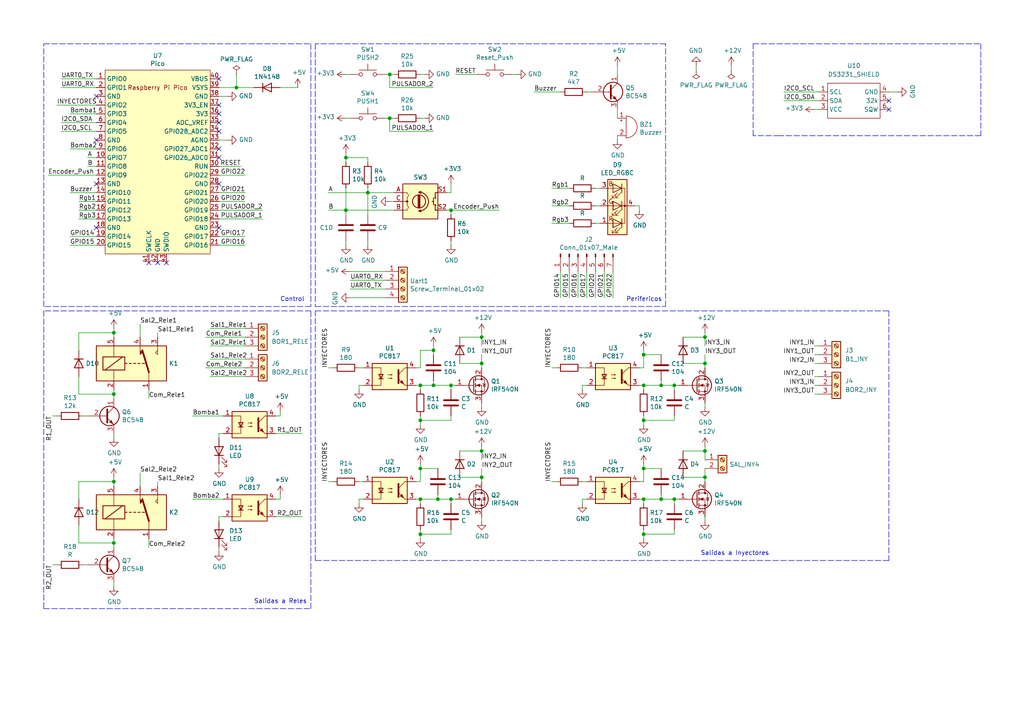
<source format=kicad_sch>
(kicad_sch (version 20211123) (generator eeschema)
  (paper "A4")
  (junction (at 139.7 130.81))
  (junction (at 186.69 135.89))
  (junction (at 33.02 114.3))
  (junction (at 130.81 60.96))
  (junction (at 186.69 154.94))
  (junction (at 139.7 105.41))
  (junction (at 127 144.78))
  (junction (at 125.73 111.76))
  (junction (at 106.68 55.88))
  (junction (at 33.02 157.48))
  (junction (at 204.47 130.81))
  (junction (at 113.03 34.29))
  (junction (at 121.92 144.78))
  (junction (at 130.81 144.78))
  (junction (at 121.92 135.89))
  (junction (at 204.47 138.43))
  (junction (at 68.58 25.4))
  (junction (at 195.58 144.78))
  (junction (at 186.69 121.92))
  (junction (at 139.7 97.79))
  (junction (at 191.77 144.78))
  (junction (at 33.02 96.52))
  (junction (at 100.33 60.96))
  (junction (at 191.77 111.76))
  (junction (at 204.47 97.79))
  (junction (at 195.58 111.76))
  (junction (at 33.02 139.7))
  (junction (at 121.92 154.94))
  (junction (at 186.69 102.87))
  (junction (at 186.69 144.78))
  (junction (at 204.47 105.41))
  (junction (at 186.69 111.76))
  (junction (at 113.03 21.59))
  (junction (at 130.81 111.76))
  (junction (at 125.73 101.6))
  (junction (at 139.7 138.43))
  (junction (at 100.33 45.72))
  (junction (at 121.92 121.92))
  (junction (at 121.92 111.76))
  (no_connect (at 27.94 40.64))
  (no_connect (at 27.94 53.34))
  (no_connect (at 63.5 30.48))
  (no_connect (at 63.5 66.04))
  (no_connect (at 43.18 76.2))
  (no_connect (at 63.5 43.18))
  (no_connect (at 63.5 22.86))
  (no_connect (at 257.81 31.75))
  (no_connect (at 257.81 29.21))
  (no_connect (at 63.5 45.72))
  (no_connect (at 27.94 66.04))
  (no_connect (at 45.72 76.2))
  (no_connect (at 63.5 33.02))
  (no_connect (at 63.5 53.34))
  (no_connect (at 27.94 27.94))
  (no_connect (at 63.5 38.1))
  (no_connect (at 63.5 35.56))
  (no_connect (at 48.26 76.2))
  (wire (pts (xy 132.08 21.59) (xy 138.43 21.59)))
  (polyline (pts (xy 193.04 88.9) (xy 193.04 12.7)))
  (wire (pts (xy 127 144.78) (xy 121.92 144.78)))
  (wire (pts (xy 71.12 55.88) (xy 63.5 55.88)))
  (wire (pts (xy 123.19 21.59) (xy 121.92 21.59)))
  (wire (pts (xy 139.7 118.11) (xy 139.7 116.84)))
  (wire (pts (xy 121.92 113.03) (xy 121.92 111.76)))
  (wire (pts (xy 196.85 111.76) (xy 195.58 111.76)))
  (wire (pts (xy 22.86 109.22) (xy 22.86 114.3)))
  (wire (pts (xy 25.4 48.26) (xy 27.94 48.26)))
  (wire (pts (xy 121.92 135.89) (xy 121.92 139.7)))
  (wire (pts (xy 100.33 44.45) (xy 100.33 45.72)))
  (wire (pts (xy 139.7 151.13) (xy 139.7 149.86)))
  (polyline (pts (xy 218.44 12.7) (xy 284.48 12.7)))
  (wire (pts (xy 139.7 97.79) (xy 139.7 100.33)))
  (wire (pts (xy 170.18 26.67) (xy 171.45 26.67)))
  (wire (pts (xy 40.64 93.98) (xy 40.64 97.79)))
  (wire (pts (xy 204.47 102.87) (xy 204.47 105.41)))
  (wire (pts (xy 198.12 97.79) (xy 204.47 97.79)))
  (wire (pts (xy 22.86 58.42) (xy 27.94 58.42)))
  (wire (pts (xy 33.02 170.18) (xy 33.02 168.91)))
  (wire (pts (xy 186.69 106.68) (xy 185.42 106.68)))
  (wire (pts (xy 130.81 62.23) (xy 130.81 60.96)))
  (polyline (pts (xy 90.17 90.17) (xy 12.7 90.17)))
  (wire (pts (xy 114.3 34.29) (xy 113.03 34.29)))
  (wire (pts (xy 33.02 139.7) (xy 33.02 140.97)))
  (wire (pts (xy 121.92 154.94) (xy 121.92 153.67)))
  (wire (pts (xy 104.14 139.7) (xy 105.41 139.7)))
  (wire (pts (xy 81.28 144.78) (xy 80.01 144.78)))
  (wire (pts (xy 95.25 106.68) (xy 96.52 106.68)))
  (wire (pts (xy 22.86 114.3) (xy 33.02 114.3)))
  (polyline (pts (xy 91.44 90.17) (xy 257.81 90.17)))
  (wire (pts (xy 60.96 100.33) (xy 71.12 100.33)))
  (wire (pts (xy 191.77 111.76) (xy 186.69 111.76)))
  (wire (pts (xy 101.6 83.82) (xy 111.76 83.82)))
  (wire (pts (xy 127 135.89) (xy 121.92 135.89)))
  (wire (pts (xy 71.12 50.8) (xy 63.5 50.8)))
  (wire (pts (xy 170.18 86.36) (xy 170.18 78.74)))
  (wire (pts (xy 17.78 35.56) (xy 27.94 35.56)))
  (wire (pts (xy 168.91 146.05) (xy 168.91 144.78)))
  (polyline (pts (xy 91.44 88.9) (xy 193.04 88.9)))
  (wire (pts (xy 113.03 34.29) (xy 111.76 34.29)))
  (wire (pts (xy 130.81 53.34) (xy 130.81 55.88)))
  (wire (pts (xy 204.47 105.41) (xy 204.47 106.68)))
  (wire (pts (xy 106.68 55.88) (xy 114.3 55.88)))
  (wire (pts (xy 125.73 100.33) (xy 125.73 101.6)))
  (wire (pts (xy 172.72 54.61) (xy 173.99 54.61)))
  (wire (pts (xy 55.88 144.78) (xy 64.77 144.78)))
  (wire (pts (xy 113.03 58.42) (xy 114.3 58.42)))
  (wire (pts (xy 100.33 34.29) (xy 101.6 34.29)))
  (wire (pts (xy 160.02 59.69) (xy 165.1 59.69)))
  (wire (pts (xy 106.68 45.72) (xy 106.68 46.99)))
  (wire (pts (xy 236.22 105.41) (xy 237.49 105.41)))
  (wire (pts (xy 106.68 55.88) (xy 106.68 62.23)))
  (wire (pts (xy 186.69 120.65) (xy 186.69 121.92)))
  (wire (pts (xy 95.25 139.7) (xy 96.52 139.7)))
  (wire (pts (xy 186.69 102.87) (xy 186.69 106.68)))
  (wire (pts (xy 121.92 101.6) (xy 121.92 106.68)))
  (wire (pts (xy 17.78 25.4) (xy 27.94 25.4)))
  (wire (pts (xy 186.69 144.78) (xy 185.42 144.78)))
  (wire (pts (xy 162.56 86.36) (xy 162.56 78.74)))
  (wire (pts (xy 22.86 96.52) (xy 33.02 96.52)))
  (wire (pts (xy 113.03 38.1) (xy 113.03 34.29)))
  (wire (pts (xy 121.92 144.78) (xy 120.65 144.78)))
  (wire (pts (xy 121.92 134.62) (xy 121.92 135.89)))
  (wire (pts (xy 104.14 113.03) (xy 104.14 111.76)))
  (wire (pts (xy 114.3 21.59) (xy 113.03 21.59)))
  (wire (pts (xy 101.6 81.28) (xy 111.76 81.28)))
  (wire (pts (xy 121.92 106.68) (xy 120.65 106.68)))
  (wire (pts (xy 100.33 62.23) (xy 100.33 60.96)))
  (wire (pts (xy 87.63 149.86) (xy 80.01 149.86)))
  (wire (pts (xy 191.77 110.49) (xy 191.77 111.76)))
  (wire (pts (xy 236.22 31.75) (xy 237.49 31.75)))
  (wire (pts (xy 66.04 27.94) (xy 63.5 27.94)))
  (wire (pts (xy 236.22 111.76) (xy 237.49 111.76)))
  (wire (pts (xy 133.35 130.81) (xy 139.7 130.81)))
  (wire (pts (xy 198.12 138.43) (xy 204.47 138.43)))
  (wire (pts (xy 130.81 121.92) (xy 121.92 121.92)))
  (wire (pts (xy 139.7 130.81) (xy 139.7 133.35)))
  (wire (pts (xy 81.28 143.51) (xy 81.28 144.78)))
  (wire (pts (xy 71.12 68.58) (xy 63.5 68.58)))
  (wire (pts (xy 20.32 43.18) (xy 27.94 43.18)))
  (wire (pts (xy 204.47 97.79) (xy 204.47 96.52)))
  (wire (pts (xy 20.32 68.58) (xy 27.94 68.58)))
  (wire (pts (xy 22.86 63.5) (xy 27.94 63.5)))
  (wire (pts (xy 195.58 120.65) (xy 195.58 121.92)))
  (wire (pts (xy 198.12 130.81) (xy 204.47 130.81)))
  (wire (pts (xy 87.63 125.73) (xy 80.01 125.73)))
  (wire (pts (xy 168.91 113.03) (xy 168.91 111.76)))
  (wire (pts (xy 106.68 54.61) (xy 106.68 55.88)))
  (wire (pts (xy 33.02 157.48) (xy 33.02 156.21)))
  (wire (pts (xy 236.22 114.3) (xy 237.49 114.3)))
  (wire (pts (xy 68.58 25.4) (xy 63.5 25.4)))
  (polyline (pts (xy 90.17 176.53) (xy 90.17 90.17)))
  (wire (pts (xy 101.6 78.74) (xy 111.76 78.74)))
  (wire (pts (xy 204.47 138.43) (xy 204.47 139.7)))
  (polyline (pts (xy 12.7 90.17) (xy 12.7 176.53)))
  (wire (pts (xy 185.42 59.69) (xy 184.15 59.69)))
  (wire (pts (xy 33.02 138.43) (xy 33.02 139.7)))
  (wire (pts (xy 22.86 101.6) (xy 22.86 96.52)))
  (wire (pts (xy 20.32 33.02) (xy 27.94 33.02)))
  (wire (pts (xy 130.81 120.65) (xy 130.81 121.92)))
  (wire (pts (xy 104.14 111.76) (xy 105.41 111.76)))
  (wire (pts (xy 160.02 64.77) (xy 165.1 64.77)))
  (wire (pts (xy 204.47 97.79) (xy 204.47 100.33)))
  (wire (pts (xy 127 143.51) (xy 127 144.78)))
  (wire (pts (xy 59.69 106.68) (xy 71.12 106.68)))
  (wire (pts (xy 20.32 55.88) (xy 27.94 55.88)))
  (wire (pts (xy 69.85 48.26) (xy 63.5 48.26)))
  (wire (pts (xy 204.47 151.13) (xy 204.47 149.86)))
  (wire (pts (xy 132.08 111.76) (xy 130.81 111.76)))
  (wire (pts (xy 196.85 144.78) (xy 195.58 144.78)))
  (wire (pts (xy 81.28 120.65) (xy 80.01 120.65)))
  (wire (pts (xy 133.35 97.79) (xy 139.7 97.79)))
  (wire (pts (xy 133.35 138.43) (xy 139.7 138.43)))
  (wire (pts (xy 22.86 60.96) (xy 27.94 60.96)))
  (wire (pts (xy 177.8 86.36) (xy 177.8 78.74)))
  (wire (pts (xy 63.5 127) (xy 63.5 125.73)))
  (wire (pts (xy 17.78 38.1) (xy 27.94 38.1)))
  (wire (pts (xy 100.33 46.99) (xy 100.33 45.72)))
  (wire (pts (xy 113.03 38.1) (xy 125.73 38.1)))
  (wire (pts (xy 24.13 163.83) (xy 25.4 163.83)))
  (wire (pts (xy 227.33 29.21) (xy 237.49 29.21)))
  (wire (pts (xy 33.02 127) (xy 33.02 125.73)))
  (wire (pts (xy 16.51 30.48) (xy 27.94 30.48)))
  (wire (pts (xy 133.35 105.41) (xy 139.7 105.41)))
  (wire (pts (xy 100.33 60.96) (xy 100.33 54.61)))
  (wire (pts (xy 76.2 63.5) (xy 63.5 63.5)))
  (wire (pts (xy 121.92 146.05) (xy 121.92 144.78)))
  (wire (pts (xy 100.33 21.59) (xy 101.6 21.59)))
  (wire (pts (xy 186.69 121.92) (xy 195.58 121.92)))
  (wire (pts (xy 55.88 120.65) (xy 64.77 120.65)))
  (wire (pts (xy 100.33 45.72) (xy 106.68 45.72)))
  (wire (pts (xy 33.02 96.52) (xy 33.02 97.79)))
  (wire (pts (xy 130.81 111.76) (xy 125.73 111.76)))
  (wire (pts (xy 236.22 109.22) (xy 237.49 109.22)))
  (wire (pts (xy 139.7 105.41) (xy 139.7 106.68)))
  (wire (pts (xy 186.69 146.05) (xy 186.69 144.78)))
  (wire (pts (xy 71.12 58.42) (xy 63.5 58.42)))
  (wire (pts (xy 125.73 110.49) (xy 125.73 111.76)))
  (wire (pts (xy 179.07 40.64) (xy 179.07 39.37)))
  (wire (pts (xy 123.19 34.29) (xy 121.92 34.29)))
  (polyline (pts (xy 12.7 88.9) (xy 12.7 12.7)))
  (wire (pts (xy 154.94 26.67) (xy 162.56 26.67)))
  (wire (pts (xy 63.5 135.89) (xy 63.5 134.62)))
  (wire (pts (xy 95.25 60.96) (xy 100.33 60.96)))
  (wire (pts (xy 191.77 144.78) (xy 186.69 144.78)))
  (wire (pts (xy 104.14 144.78) (xy 105.41 144.78)))
  (wire (pts (xy 60.96 95.25) (xy 71.12 95.25)))
  (polyline (pts (xy 193.04 12.7) (xy 91.44 12.7)))
  (polyline (pts (xy 90.17 12.7) (xy 90.17 88.9)))
  (wire (pts (xy 204.47 118.11) (xy 204.47 116.84)))
  (wire (pts (xy 60.96 104.14) (xy 71.12 104.14)))
  (wire (pts (xy 160.02 54.61) (xy 165.1 54.61)))
  (wire (pts (xy 20.32 71.12) (xy 27.94 71.12)))
  (wire (pts (xy 121.92 121.92) (xy 121.92 120.65)))
  (wire (pts (xy 66.04 40.64) (xy 63.5 40.64)))
  (wire (pts (xy 113.03 21.59) (xy 111.76 21.59)))
  (wire (pts (xy 63.5 149.86) (xy 64.77 149.86)))
  (wire (pts (xy 22.86 144.78) (xy 22.86 139.7)))
  (wire (pts (xy 191.77 143.51) (xy 191.77 144.78)))
  (wire (pts (xy 113.03 25.4) (xy 125.73 25.4)))
  (wire (pts (xy 40.64 137.16) (xy 40.64 140.97)))
  (wire (pts (xy 125.73 111.76) (xy 121.92 111.76)))
  (wire (pts (xy 125.73 101.6) (xy 125.73 102.87)))
  (wire (pts (xy 186.69 135.89) (xy 186.69 139.7)))
  (wire (pts (xy 172.72 59.69) (xy 173.99 59.69)))
  (wire (pts (xy 201.93 19.05) (xy 201.93 20.32)))
  (wire (pts (xy 236.22 102.87) (xy 237.49 102.87)))
  (wire (pts (xy 186.69 139.7) (xy 185.42 139.7)))
  (wire (pts (xy 160.02 106.68) (xy 161.29 106.68)))
  (wire (pts (xy 236.22 100.33) (xy 237.49 100.33)))
  (wire (pts (xy 81.28 119.38) (xy 81.28 120.65)))
  (wire (pts (xy 130.81 154.94) (xy 121.92 154.94)))
  (wire (pts (xy 139.7 138.43) (xy 139.7 139.7)))
  (wire (pts (xy 22.86 157.48) (xy 33.02 157.48)))
  (wire (pts (xy 204.47 135.89) (xy 204.47 138.43)))
  (wire (pts (xy 130.81 153.67) (xy 130.81 154.94)))
  (wire (pts (xy 195.58 144.78) (xy 191.77 144.78)))
  (polyline (pts (xy 218.44 39.37) (xy 218.44 12.7)))
  (wire (pts (xy 17.78 22.86) (xy 27.94 22.86)))
  (wire (pts (xy 113.03 25.4) (xy 113.03 21.59)))
  (polyline (pts (xy 284.48 39.37) (xy 226.06 39.37)))
  (wire (pts (xy 24.13 120.65) (xy 25.4 120.65)))
  (wire (pts (xy 71.12 71.12) (xy 63.5 71.12)))
  (polyline (pts (xy 284.48 12.7) (xy 284.48 39.37)))
  (wire (pts (xy 76.2 60.96) (xy 63.5 60.96)))
  (wire (pts (xy 165.1 86.36) (xy 165.1 78.74)))
  (wire (pts (xy 175.26 86.36) (xy 175.26 78.74)))
  (wire (pts (xy 121.92 156.21) (xy 121.92 154.94)))
  (polyline (pts (xy 90.17 88.9) (xy 12.7 88.9)))
  (wire (pts (xy 101.6 86.36) (xy 111.76 86.36)))
  (wire (pts (xy 121.92 111.76) (xy 120.65 111.76)))
  (wire (pts (xy 149.86 21.59) (xy 148.59 21.59)))
  (wire (pts (xy 168.91 139.7) (xy 170.18 139.7)))
  (polyline (pts (xy 91.44 12.7) (xy 91.44 88.9)))
  (wire (pts (xy 186.69 113.03) (xy 186.69 111.76)))
  (polyline (pts (xy 257.81 90.17) (xy 257.81 162.56)))
  (wire (pts (xy 33.02 115.57) (xy 33.02 114.3)))
  (wire (pts (xy 144.78 60.96) (xy 130.81 60.96)))
  (wire (pts (xy 106.68 71.12) (xy 106.68 69.85)))
  (wire (pts (xy 179.07 34.29) (xy 179.07 31.75)))
  (wire (pts (xy 95.25 55.88) (xy 106.68 55.88)))
  (wire (pts (xy 13.97 50.8) (xy 27.94 50.8)))
  (polyline (pts (xy 226.06 39.37) (xy 218.44 39.37)))
  (wire (pts (xy 121.92 123.19) (xy 121.92 121.92)))
  (wire (pts (xy 185.42 60.96) (xy 185.42 59.69)))
  (wire (pts (xy 25.4 45.72) (xy 27.94 45.72)))
  (wire (pts (xy 186.69 111.76) (xy 185.42 111.76)))
  (wire (pts (xy 100.33 71.12) (xy 100.33 69.85)))
  (wire (pts (xy 139.7 130.81) (xy 139.7 129.54)))
  (wire (pts (xy 139.7 97.79) (xy 139.7 96.52)))
  (wire (pts (xy 257.81 26.67) (xy 260.35 26.67)))
  (wire (pts (xy 198.12 105.41) (xy 204.47 105.41)))
  (wire (pts (xy 22.86 139.7) (xy 33.02 139.7)))
  (wire (pts (xy 227.33 26.67) (xy 237.49 26.67)))
  (wire (pts (xy 195.58 154.94) (xy 186.69 154.94)))
  (wire (pts (xy 212.09 20.32) (xy 212.09 19.05)))
  (wire (pts (xy 195.58 153.67) (xy 195.58 154.94)))
  (wire (pts (xy 130.81 55.88) (xy 129.54 55.88)))
  (wire (pts (xy 172.72 64.77) (xy 173.99 64.77)))
  (wire (pts (xy 168.91 144.78) (xy 170.18 144.78)))
  (wire (pts (xy 167.64 86.36) (xy 167.64 78.74)))
  (wire (pts (xy 45.72 96.52) (xy 45.72 97.79)))
  (polyline (pts (xy 12.7 12.7) (xy 90.17 12.7)))
  (wire (pts (xy 172.72 86.36) (xy 172.72 78.74)))
  (wire (pts (xy 179.07 19.05) (xy 179.07 21.59)))
  (wire (pts (xy 15.24 120.65) (xy 16.51 120.65)))
  (wire (pts (xy 204.47 130.81) (xy 204.47 129.54)))
  (wire (pts (xy 204.47 130.81) (xy 204.47 133.35)))
  (wire (pts (xy 160.02 139.7) (xy 161.29 139.7)))
  (wire (pts (xy 63.5 160.02) (xy 63.5 158.75)))
  (wire (pts (xy 22.86 152.4) (xy 22.86 157.48)))
  (wire (pts (xy 195.58 111.76) (xy 191.77 111.76)))
  (wire (pts (xy 43.18 115.57) (xy 43.18 113.03)))
  (wire (pts (xy 15.24 163.83) (xy 16.51 163.83)))
  (wire (pts (xy 186.69 154.94) (xy 186.69 153.67)))
  (wire (pts (xy 68.58 21.59) (xy 68.58 25.4)))
  (wire (pts (xy 63.5 151.13) (xy 63.5 149.86)))
  (wire (pts (xy 195.58 146.05) (xy 195.58 144.78)))
  (polyline (pts (xy 12.7 176.53) (xy 90.17 176.53)))
  (wire (pts (xy 45.72 139.7) (xy 45.72 140.97)))
  (polyline (pts (xy 257.81 162.56) (xy 91.44 162.56)))
  (wire (pts (xy 186.69 156.21) (xy 186.69 154.94)))
  (wire (pts (xy 130.81 144.78) (xy 127 144.78)))
  (wire (pts (xy 33.02 158.75) (xy 33.02 157.48)))
  (wire (pts (xy 125.73 101.6) (xy 121.92 101.6)))
  (wire (pts (xy 130.81 60.96) (xy 129.54 60.96)))
  (wire (pts (xy 130.81 71.12) (xy 130.81 69.85)))
  (wire (pts (xy 195.58 113.03) (xy 195.58 111.76)))
  (wire (pts (xy 186.69 101.6) (xy 186.69 102.87)))
  (wire (pts (xy 43.18 158.75) (xy 43.18 156.21)))
  (wire (pts (xy 59.69 97.79) (xy 71.12 97.79)))
  (wire (pts (xy 63.5 125.73) (xy 64.77 125.73)))
  (wire (pts (xy 104.14 146.05) (xy 104.14 144.78)))
  (wire (pts (xy 33.02 95.25) (xy 33.02 96.52)))
  (wire (pts (xy 33.02 114.3) (xy 33.02 113.03)))
  (wire (pts (xy 139.7 102.87) (xy 139.7 105.41)))
  (wire (pts (xy 186.69 134.62) (xy 186.69 135.89)))
  (wire (pts (xy 191.77 135.89) (xy 186.69 135.89)))
  (polyline (pts (xy 91.44 162.56) (xy 91.44 90.17)))
  (wire (pts (xy 132.08 144.78) (xy 130.81 144.78)))
  (wire (pts (xy 86.36 25.4) (xy 81.28 25.4)))
  (wire (pts (xy 168.91 106.68) (xy 170.18 106.68)))
  (wire (pts (xy 100.33 60.96) (xy 114.3 60.96)))
  (wire (pts (xy 191.77 102.87) (xy 186.69 102.87)))
  (wire (pts (xy 130.81 113.03) (xy 130.81 111.76)))
  (wire (pts (xy 168.91 111.76) (xy 170.18 111.76)))
  (wire (pts (xy 60.96 109.22) (xy 71.12 109.22)))
  (wire (pts (xy 104.14 106.68) (xy 105.41 106.68)))
  (wire (pts (xy 121.92 139.7) (xy 120.65 139.7)))
  (wire (pts (xy 73.66 25.4) (xy 68.58 25.4)))
  (wire (pts (xy 186.69 121.92) (xy 186.69 123.19)))
  (wire (pts (xy 130.81 146.05) (xy 130.81 144.78)))
  (wire (pts (xy 139.7 135.89) (xy 139.7 138.43)))
  (text "Salidas a Inyectores" (at 203.2 161.29 0) (effects (font (size 1.27 1.27)) (justify left bottom)))
  (text "Control" (at 81.28 87.63 0) (effects (font (size 1.27 1.27)) (justify left bottom)))
  (text "Salidas a Reles" (at 73.66 175.26 0) (effects (font (size 1.27 1.27)) (justify left bottom)))
  (text "Perifericos" (at 181.61 87.63 0) (effects (font (size 1.27 1.27)) (justify left bottom)))
  (label "INY1_IN" (at 236.22 100.33 180))
  (label "PULSADOR_2" (at 76.2 60.96 180))
  (label "R2_OUT" (at 15.24 163.83 270))
  (label "I2C0_SDA" (at 17.78 35.56 0))
  (label "Bomba2" (at 55.88 144.78 0))
  (label "R1_OUT" (at 87.63 125.73 180))
  (label "GPIO21" (at 71.12 55.88 180))
  (label "INY2_IN" (at 236.22 105.41 180))
  (label "R2_OUT" (at 87.63 149.86 180))
  (label "Encoder_Push" (at 144.78 60.96 180))
  (label "Encoder_Push" (at 13.97 50.8 0))
  (label "Sal1_Rele2" (at 45.72 139.7 0))
  (label "INYECTORES" (at 160.02 106.68 90))
  (label "Bomba1" (at 20.32 33.02 0))
  (label "Sal2_Rele2" (at 40.64 137.16 0))
  (label "GPIO17" (at 71.12 68.58 180))
  (label "GPIO14" (at 20.32 68.58 0))
  (label "Sal1_Rele1" (at 60.96 95.25 0))
  (label "INY2_OUT" (at 236.22 109.22 180))
  (label "RESET" (at 132.08 21.59 0))
  (label "Bomba2" (at 20.32 43.18 0))
  (label "UART0_TX" (at 101.6 83.82 0))
  (label "Sal2_Rele1" (at 60.96 100.33 0))
  (label "INY1_OUT" (at 139.7 102.87 0))
  (label "RESET" (at 69.85 48.26 180))
  (label "Sal2_Rele2" (at 60.96 109.22 0))
  (label "INYECTORES" (at 160.02 139.7 90))
  (label "B" (at 95.25 60.96 0))
  (label "Rgb2" (at 22.86 60.96 0))
  (label "Bomba1" (at 55.88 120.65 0))
  (label "INY3_IN" (at 236.22 111.76 180))
  (label "Buzzer" (at 154.94 26.67 0))
  (label "Rgb1" (at 22.86 58.42 0))
  (label "I2C0_SCL" (at 227.33 26.67 0))
  (label "R1_OUT" (at 15.24 120.65 270))
  (label "Rgb3" (at 160.02 64.77 0))
  (label "PULSADOR_1" (at 76.2 63.5 180))
  (label "Com_Rele2" (at 43.18 158.75 0))
  (label "GPIO20" (at 71.12 58.42 180))
  (label "I2C0_SDA" (at 227.33 29.21 0))
  (label "INY3_OUT" (at 236.22 114.3 180))
  (label "Com_Rele2" (at 59.69 106.68 0))
  (label "INY1_IN" (at 139.7 100.33 0))
  (label "INY3_OUT" (at 204.47 102.87 0))
  (label "PULSADOR_2" (at 125.73 25.4 180))
  (label "Sal1_Rele2" (at 60.96 104.14 0))
  (label "GPIO15" (at 20.32 71.12 0))
  (label "GPIO22" (at 177.8 86.36 90))
  (label "INY1_OUT" (at 236.22 102.87 180))
  (label "INYECTORES" (at 95.25 139.7 90))
  (label "Rgb3" (at 22.86 63.5 0))
  (label "Rgb2" (at 160.02 59.69 0))
  (label "GPIO16" (at 167.64 86.36 90))
  (label "GPIO22" (at 71.12 50.8 180))
  (label "Buzzer" (at 20.32 55.88 0))
  (label "UART0_RX" (at 17.78 25.4 0))
  (label "UART0_TX" (at 17.78 22.86 0))
  (label "PULSADOR_1" (at 125.73 38.1 180))
  (label "A" (at 95.25 55.88 0))
  (label "Sal2_Rele1" (at 40.64 93.98 0))
  (label "GPIO21" (at 175.26 86.36 90))
  (label "GPIO15" (at 165.1 86.36 90))
  (label "Com_Rele1" (at 59.69 97.79 0))
  (label "INY2_OUT" (at 139.7 135.89 0))
  (label "GPIO14" (at 162.56 86.36 90))
  (label "I2C0_SCL" (at 17.78 38.1 0))
  (label "GPIO20" (at 172.72 86.36 90))
  (label "B" (at 25.4 48.26 0))
  (label "INY3_IN" (at 204.47 100.33 0))
  (label "GPIO17" (at 170.18 86.36 90))
  (label "INYECTORES" (at 95.25 106.68 90))
  (label "A" (at 25.4 45.72 0))
  (label "UART0_RX" (at 101.6 81.28 0))
  (label "INYECTORES" (at 16.51 30.48 0))
  (label "Rgb1" (at 160.02 54.61 0))
  (label "Com_Rele1" (at 43.18 115.57 0))
  (label "Sal1_Rele1" (at 45.72 96.52 0))
  (label "GPIO16" (at 71.12 71.12 180))
  (label "INY2_IN" (at 139.7 133.35 0))
  (symbol (lib_id "P_Inyectores_Rpi_pico-rescue:Pico-MCU_RaspberryPi_and_Boards") (at 45.72 46.99 0) (unit 1)
    (property "Reference" "U7" (at 45.72 16.129 0))
    (property "Value" "Pico" (at 45.72 18.4404 0))
    (property "Footprint" "MCU_RaspberryPi_and_Boards:RPi_Pico_SMD_TH" (effects hide))
  )
  (symbol (lib_id "Diode:1N4148") (at 77.47 25.4 0) (unit 1)
    (property "Reference" "D8" (at 77.47 19.9136 0))
    (property "Value" "1N4148" (at 77.47 22.225 0))
    (property "Footprint" "Diode_THT:D_DO-35_SOD27_P7.62mm_Horizontal" (effects hide))
    (property "Datasheet" "https://assets.nexperia.com/documents/data-sheet/1N4148_1N4448.pdf" (effects hide))
  )
  (symbol (lib_id "power:+5V") (at 86.36 25.4 0) (unit 1)
    (property "Reference" "#PWR0108" (effects hide))
    (property "Value" "+5V" (at 86.741 21.0058 0))
  )
  (symbol (lib_id "power:GND") (at 66.04 27.94 90) (unit 1)
    (property "Reference" "#PWR0109" (effects hide))
    (property "Value" "GND" (at 69.2912 27.813 90) (effects (justify right)))
  )
  (symbol (lib_id "Switch:SW_Push") (at 143.51 21.59 0) (unit 1)
    (property "Reference" "SW2" (at 143.51 14.351 0))
    (property "Value" "Reset_Push" (at 143.51 16.6624 0))
    (property "Footprint" "Button_Switch_THT:SW_PUSH_6mm" (effects hide))
  )
  (symbol (lib_id "power:GND") (at 149.86 21.59 90) (unit 1)
    (property "Reference" "#PWR0110" (effects hide))
    (property "Value" "GND" (at 153.1112 21.463 90) (effects (justify right)))
  )
  (symbol (lib_id "power:GND") (at 66.04 40.64 90) (unit 1)
    (property "Reference" "#PWR0111" (effects hide))
    (property "Value" "GND" (at 69.2912 40.513 90) (effects (justify right)))
  )
  (symbol (lib_id "P_Inyectores_Rpi_pico-rescue:Rotary_Encoder_Switch-Device") (at 121.92 58.42 0) (unit 1)
    (property "Reference" "SW3" (at 121.92 51.435 0))
    (property "Value" "Rotary_Encoder_Switch" (effects hide))
    (property "Footprint" "Rotary_Encoder:RotaryEncoder_Alps_EC12E-Switch_Vertical_H20mm" (effects hide))
  )
  (symbol (lib_id "Device:R") (at 106.68 50.8 0) (unit 1)
    (property "Reference" "R4" (at 108.458 49.6316 0) (effects (justify left)))
    (property "Value" "10k" (at 108.458 51.943 0) (effects (justify left)))
    (property "Footprint" "Resistor_THT:R_Axial_DIN0207_L6.3mm_D2.5mm_P10.16mm_Horizontal" (effects hide))
  )
  (symbol (lib_id "Device:R") (at 100.33 50.8 0) (unit 1)
    (property "Reference" "R3" (at 102.108 49.6316 0) (effects (justify left)))
    (property "Value" "10k" (at 102.108 51.943 0) (effects (justify left)))
    (property "Footprint" "Resistor_THT:R_Axial_DIN0207_L6.3mm_D2.5mm_P10.16mm_Horizontal" (effects hide))
  )
  (symbol (lib_id "P_Inyectores_Rpi_pico-rescue:+3.3V-power") (at 100.33 44.45 0) (unit 1)
    (property "Reference" "#PWR0112" (effects hide))
    (property "Value" "+3.3V" (at 100.711 40.0558 0))
  )
  (symbol (lib_id "power:GND") (at 113.03 58.42 270) (unit 1)
    (property "Reference" "#PWR0113" (effects hide))
    (property "Value" "GND" (at 108.6358 58.547 0))
  )
  (symbol (lib_id "P_Inyectores_Rpi_pico-rescue:+3.3V-power") (at 130.81 53.34 0) (unit 1)
    (property "Reference" "#PWR0114" (effects hide))
    (property "Value" "+3.3V" (at 131.191 48.9458 0))
  )
  (symbol (lib_id "Device:R") (at 130.81 66.04 0) (unit 1)
    (property "Reference" "R6" (at 132.588 64.8716 0) (effects (justify left)))
    (property "Value" "10k" (at 132.588 67.183 0) (effects (justify left)))
    (property "Footprint" "Resistor_THT:R_Axial_DIN0207_L6.3mm_D2.5mm_P10.16mm_Horizontal" (effects hide))
  )
  (symbol (lib_id "power:GND") (at 130.81 71.12 0) (unit 1)
    (property "Reference" "#PWR0115" (effects hide))
    (property "Value" "GND" (at 130.937 75.5142 0))
  )
  (symbol (lib_id "Device:Buzzer") (at 181.61 36.83 0) (unit 1)
    (property "Reference" "BZ1" (at 185.4708 36.0934 0) (effects (justify left)))
    (property "Value" "Buzzer" (at 185.4708 38.4048 0) (effects (justify left)))
    (property "Footprint" "Buzzer_Beeper:Buzzer_12x9.5RM7.6" (effects hide))
  )
  (symbol (lib_id "Transistor_BJT:BC548") (at 176.53 26.67 0) (unit 1)
    (property "Reference" "Q5" (at 181.3814 25.5016 0) (effects (justify left)))
    (property "Value" "BC548" (at 181.3814 27.813 0) (effects (justify left)))
    (property "Footprint" "Package_TO_SOT_THT:TO-92_Inline_Wide" (effects hide))
    (property "Datasheet" "http://www.fairchildsemi.com/ds/BC/BC547.pdf" (effects hide))
  )
  (symbol (lib_id "power:+5V") (at 179.07 19.05 0) (unit 1)
    (property "Reference" "#PWR0116" (effects hide))
    (property "Value" "+5V" (at 179.451 14.6558 0))
  )
  (symbol (lib_id "power:GND") (at 179.07 40.64 0) (unit 1)
    (property "Reference" "#PWR0117" (effects hide))
    (property "Value" "GND" (at 179.197 45.0342 0))
  )
  (symbol (lib_id "Device:R") (at 166.37 26.67 270) (unit 1)
    (property "Reference" "R2" (at 166.37 21.4122 90))
    (property "Value" "4k7" (at 166.37 23.7236 90))
    (property "Footprint" "Resistor_THT:R_Axial_DIN0207_L6.3mm_D2.5mm_P10.16mm_Horizontal" (effects hide))
  )
  (symbol (lib_id "Relay:SANYOU_SRD_Form_C") (at 38.1 105.41 0) (unit 1)
    (property "Reference" "K1" (at 49.022 105.41 0) (effects (justify left)))
    (property "Value" "SANYOU_SRD_Form_C" (effects hide))
    (property "Footprint" "Relay_THT:Relay_SPDT_SANYOU_SRD_Series_Form_C" (effects hide))
    (property "Datasheet" "http://www.sanyourelay.ca/public/products/pdf/SRD.pdf" (effects hide))
  )
  (symbol (lib_id "power:+5V") (at 33.02 95.25 0) (unit 1)
    (property "Reference" "#PWR0118" (effects hide))
    (property "Value" "+5V" (at 33.401 90.8558 0))
  )
  (symbol (lib_id "Transistor_BJT:BC548") (at 30.48 120.65 0) (unit 1)
    (property "Reference" "Q6" (at 35.3314 119.4816 0) (effects (justify left)))
    (property "Value" "BC548" (at 35.3314 121.793 0) (effects (justify left)))
    (property "Footprint" "Package_TO_SOT_THT:TO-92_Inline_Wide" (effects hide))
    (property "Datasheet" "http://www.fairchildsemi.com/ds/BC/BC547.pdf" (effects hide))
  )
  (symbol (lib_id "power:GND") (at 33.02 127 0) (unit 1)
    (property "Reference" "#PWR0119" (effects hide))
    (property "Value" "GND" (at 33.147 131.3942 0))
  )
  (symbol (lib_id "Device:R") (at 20.32 120.65 270) (unit 1)
    (property "Reference" "R13" (at 20.32 115.3922 90))
    (property "Value" "12k" (at 20.32 117.7036 90))
    (property "Footprint" "Resistor_THT:R_Axial_DIN0207_L6.3mm_D2.5mm_P10.16mm_Horizontal" (effects hide))
  )
  (symbol (lib_id "Relay:SANYOU_SRD_Form_C") (at 38.1 148.59 0) (unit 1)
    (property "Reference" "K2" (at 49.022 148.59 0) (effects (justify left)))
    (property "Value" "SANYOU_SRD_Form_C" (effects hide))
    (property "Footprint" "Relay_THT:Relay_SPDT_SANYOU_SRD_Series_Form_C" (effects hide))
    (property "Datasheet" "http://www.sanyourelay.ca/public/products/pdf/SRD.pdf" (effects hide))
  )
  (symbol (lib_id "power:+5V") (at 33.02 138.43 0) (unit 1)
    (property "Reference" "#PWR0120" (effects hide))
    (property "Value" "+5V" (at 33.401 134.0358 0))
  )
  (symbol (lib_id "Transistor_BJT:BC548") (at 30.48 163.83 0) (unit 1)
    (property "Reference" "Q7" (at 35.3314 162.6616 0) (effects (justify left)))
    (property "Value" "BC548" (at 35.3314 164.973 0) (effects (justify left)))
    (property "Footprint" "Package_TO_SOT_THT:TO-92_Inline_Wide" (effects hide))
    (property "Datasheet" "http://www.fairchildsemi.com/ds/BC/BC547.pdf" (effects hide))
  )
  (symbol (lib_id "power:GND") (at 33.02 170.18 0) (unit 1)
    (property "Reference" "#PWR0121" (effects hide))
    (property "Value" "GND" (at 33.147 174.5742 0))
  )
  (symbol (lib_id "Device:R") (at 20.32 163.83 270) (unit 1)
    (property "Reference" "R18" (at 20.32 158.5722 90))
    (property "Value" "R" (at 20.32 160.8836 90))
    (property "Footprint" "Resistor_THT:R_Axial_DIN0207_L6.3mm_D2.5mm_P10.16mm_Horizontal" (effects hide))
  )
  (symbol (lib_id "Isolator:PC817") (at 113.03 109.22 0) (unit 1)
    (property "Reference" "U1" (at 113.03 100.965 0))
    (property "Value" "PC817" (at 113.03 103.2764 0))
    (property "Footprint" "Package_DIP:DIP-4_W7.62mm_LongPads" (effects hide))
    (property "Datasheet" "http://www.soselectronic.cz/a_info/resource/d/pc817.pdf" (effects hide))
  )
  (symbol (lib_id "Device:R") (at 100.33 106.68 270) (unit 1)
    (property "Reference" "R9" (at 100.33 101.4222 90))
    (property "Value" "180" (at 100.33 103.7336 90))
    (property "Footprint" "Resistor_THT:R_Axial_DIN0207_L6.3mm_D2.5mm_P10.16mm_Horizontal" (effects hide))
  )
  (symbol (lib_id "power:GND") (at 104.14 113.03 0) (unit 1)
    (property "Reference" "#PWR0122" (effects hide))
    (property "Value" "GND" (at 104.267 117.4242 0))
  )
  (symbol (lib_id "Device:R") (at 121.92 116.84 180) (unit 1)
    (property "Reference" "R11" (at 123.698 115.6716 0) (effects (justify right)))
    (property "Value" "10k" (at 123.698 117.983 0) (effects (justify right)))
    (property "Footprint" "Resistor_THT:R_Axial_DIN0207_L6.3mm_D2.5mm_P10.16mm_Horizontal" (effects hide))
  )
  (symbol (lib_id "power:GND") (at 121.92 123.19 0) (unit 1)
    (property "Reference" "#PWR0123" (effects hide))
    (property "Value" "GND" (at 122.047 127.5842 0))
  )
  (symbol (lib_id "Device:C") (at 130.81 116.84 0) (unit 1)
    (property "Reference" "C3" (at 133.731 115.6716 0) (effects (justify left)))
    (property "Value" "C" (at 133.731 117.983 0) (effects (justify left)))
    (property "Footprint" "Capacitor_THT:C_Disc_D5.0mm_W2.5mm_P2.50mm" (effects hide))
  )
  (symbol (lib_id "Transistor_FET:IRF540N") (at 137.16 111.76 0) (unit 1)
    (property "Reference" "Q1" (at 142.3924 110.5916 0) (effects (justify left)))
    (property "Value" "IRF540N" (at 142.3924 112.903 0) (effects (justify left)))
    (property "Footprint" "Package_TO_SOT_THT:TO-220-3_Vertical" (effects hide))
    (property "Datasheet" "http://www.irf.com/product-info/datasheets/data/irf540n.pdf" (effects hide))
  )
  (symbol (lib_id "power:GND") (at 139.7 118.11 0) (unit 1)
    (property "Reference" "#PWR0124" (effects hide))
    (property "Value" "GND" (at 139.827 122.5042 0))
  )
  (symbol (lib_id "power:+12V") (at 139.7 96.52 0) (unit 1)
    (property "Reference" "#PWR0125" (effects hide))
    (property "Value" "+12V" (at 140.081 92.1258 0))
  )
  (symbol (lib_id "power:+5V") (at 125.73 100.33 0) (unit 1)
    (property "Reference" "#PWR0126" (effects hide))
    (property "Value" "+5V" (at 126.111 95.9358 0))
  )
  (symbol (lib_id "power:PWR_FLAG") (at 68.58 21.59 0) (unit 1)
    (property "Reference" "#FLG0103" (effects hide))
    (property "Value" "PWR_FLAG" (at 68.58 17.1958 0))
  )
  (symbol (lib_id "power:+12V") (at 212.09 19.05 0) (unit 1)
    (property "Reference" "#PWR0148" (effects hide))
    (property "Value" "+12V" (at 212.471 14.6558 0))
  )
  (symbol (lib_id "power:PWR_FLAG") (at 212.09 20.32 180) (unit 1)
    (property "Reference" "#FLG0104" (effects hide))
    (property "Value" "PWR_FLAG" (at 212.09 24.7142 0))
  )
  (symbol (lib_id "power:GND") (at 201.93 19.05 180) (unit 1)
    (property "Reference" "#PWR0147" (effects hide))
    (property "Value" "GND" (at 201.803 14.6558 0))
  )
  (symbol (lib_id "power:PWR_FLAG") (at 201.93 20.32 180) (unit 1)
    (property "Reference" "#FLG0102" (effects hide))
    (property "Value" "PWR_FLAG" (at 201.93 24.7142 0))
  )
  (symbol (lib_id "Device:R") (at 168.91 64.77 270) (unit 1)
    (property "Reference" "R8" (effects hide))
    (property "Value" "R" (at 168.91 61.849 90))
    (property "Footprint" "Resistor_THT:R_Axial_DIN0207_L6.3mm_D2.5mm_P10.16mm_Horizontal" (effects hide))
  )
  (symbol (lib_id "P_Inyectores_Rpi_pico-rescue:LED_RGBC-Device") (at 179.07 59.69 180) (unit 1)
    (property "Reference" "D9" (at 179.07 47.8282 0))
    (property "Value" "LED_RGBC" (at 179.07 50.1396 0))
    (property "Footprint" "LED_THT:LED_D5.0mm-4_RGB_Wide_Pins" (effects hide))
  )
  (symbol (lib_id "Device:R") (at 168.91 59.69 270) (unit 1)
    (property "Reference" "R7" (effects hide))
    (property "Value" "R" (at 168.91 56.769 90))
    (property "Footprint" "Resistor_THT:R_Axial_DIN0207_L6.3mm_D2.5mm_P10.16mm_Horizontal" (effects hide))
  )
  (symbol (lib_id "Device:R") (at 168.91 54.61 270) (unit 1)
    (property "Reference" "R5" (effects hide))
    (property "Value" "R" (at 168.91 51.689 90))
    (property "Footprint" "Resistor_THT:R_Axial_DIN0207_L6.3mm_D2.5mm_P10.16mm_Horizontal" (effects hide))
  )
  (symbol (lib_id "power:GND") (at 185.42 60.96 0) (unit 1)
    (property "Reference" "#PWR0127" (effects hide))
    (property "Value" "GND" (at 185.547 65.3542 0))
  )
  (symbol (lib_id "Diode:1N4007") (at 22.86 105.41 270) (unit 1)
    (property "Reference" "D10" (at 24.8666 105.41 90) (effects (justify left)))
    (property "Value" "1N4007" (effects hide))
    (property "Footprint" "Diode_THT:D_DO-41_SOD81_P10.16mm_Horizontal" (effects hide))
    (property "Datasheet" "http://www.vishay.com/docs/88503/1n4001.pdf" (effects hide))
  )
  (symbol (lib_id "Diode:1N4007") (at 22.86 148.59 270) (unit 1)
    (property "Reference" "D12" (at 24.8666 148.59 90) (effects (justify left)))
    (property "Value" "1N4007" (effects hide))
    (property "Footprint" "Diode_THT:D_DO-41_SOD81_P10.16mm_Horizontal" (effects hide))
    (property "Datasheet" "http://www.vishay.com/docs/88503/1n4001.pdf" (effects hide))
  )
  (symbol (lib_id "Diode:1N4007") (at 133.35 101.6 270) (unit 1)
    (property "Reference" "D1" (at 135.3566 101.6 90) (effects (justify left)))
    (property "Value" "1N4007" (effects hide))
    (property "Footprint" "Diode_THT:D_DO-41_SOD81_P10.16mm_Horizontal" (effects hide))
    (property "Datasheet" "http://www.vishay.com/docs/88503/1n4001.pdf" (effects hide))
  )
  (symbol (lib_id "Connector:Screw_Terminal_01x04") (at 116.84 81.28 0) (unit 1)
    (property "Reference" "Uart1" (at 118.872 81.4832 0) (effects (justify left)))
    (property "Value" "Screw_Terminal_01x02" (at 118.872 83.7946 0) (effects (justify left)))
    (property "Footprint" "Connector_Molex:Molex_KK-254_AE-6410-04A_1x04_P2.54mm_Vertical" (effects hide))
  )
  (symbol (lib_id "power:GND") (at 101.6 86.36 270) (unit 1)
    (property "Reference" "#PWR0150" (effects hide))
    (property "Value" "GND" (at 97.2058 86.487 0))
  )
  (symbol (lib_id "Isolator:PC817") (at 113.03 142.24 0) (unit 1)
    (property "Reference" "U2" (at 113.03 133.985 0))
    (property "Value" "PC817" (at 113.03 136.2964 0))
    (property "Footprint" "Package_DIP:DIP-4_W7.62mm_LongPads" (effects hide))
    (property "Datasheet" "http://www.soselectronic.cz/a_info/resource/d/pc817.pdf" (effects hide))
  )
  (symbol (lib_id "Device:R") (at 100.33 139.7 270) (unit 1)
    (property "Reference" "R14" (at 100.33 134.4422 90))
    (property "Value" "180" (at 100.33 136.7536 90))
    (property "Footprint" "Resistor_THT:R_Axial_DIN0207_L6.3mm_D2.5mm_P10.16mm_Horizontal" (effects hide))
  )
  (symbol (lib_id "power:GND") (at 104.14 146.05 0) (unit 1)
    (property "Reference" "#PWR0128" (effects hide))
    (property "Value" "GND" (at 104.267 150.4442 0))
  )
  (symbol (lib_id "Device:R") (at 121.92 149.86 180) (unit 1)
    (property "Reference" "R16" (at 123.698 148.6916 0) (effects (justify right)))
    (property "Value" "10k" (at 123.698 151.003 0) (effects (justify right)))
    (property "Footprint" "Resistor_THT:R_Axial_DIN0207_L6.3mm_D2.5mm_P10.16mm_Horizontal" (effects hide))
  )
  (symbol (lib_id "power:GND") (at 121.92 156.21 0) (unit 1)
    (property "Reference" "#PWR0129" (effects hide))
    (property "Value" "GND" (at 122.047 160.6042 0))
  )
  (symbol (lib_id "Device:C") (at 130.81 149.86 0) (unit 1)
    (property "Reference" "C5" (at 133.731 148.6916 0) (effects (justify left)))
    (property "Value" "C" (at 133.731 151.003 0) (effects (justify left)))
    (property "Footprint" "Capacitor_THT:C_Disc_D5.0mm_W2.5mm_P2.50mm" (effects hide))
  )
  (symbol (lib_id "Transistor_FET:IRF540N") (at 137.16 144.78 0) (unit 1)
    (property "Reference" "Q2" (at 142.3924 143.6116 0) (effects (justify left)))
    (property "Value" "IRF540N" (at 142.3924 145.923 0) (effects (justify left)))
    (property "Footprint" "Package_TO_SOT_THT:TO-220-3_Vertical" (effects hide))
    (property "Datasheet" "http://www.irf.com/product-info/datasheets/data/irf540n.pdf" (effects hide))
  )
  (symbol (lib_id "power:GND") (at 139.7 151.13 0) (unit 1)
    (property "Reference" "#PWR0130" (effects hide))
    (property "Value" "GND" (at 139.827 155.5242 0))
  )
  (symbol (lib_id "power:+12V") (at 139.7 129.54 0) (unit 1)
    (property "Reference" "#PWR0131" (effects hide))
    (property "Value" "+12V" (at 140.081 125.1458 0))
  )
  (symbol (lib_id "power:+5V") (at 121.92 134.62 0) (unit 1)
    (property "Reference" "#PWR0132" (effects hide))
    (property "Value" "+5V" (at 122.301 130.2258 0))
  )
  (symbol (lib_id "Diode:1N4007") (at 133.35 134.62 270) (unit 1)
    (property "Reference" "D2" (at 135.3566 134.62 90) (effects (justify left)))
    (property "Value" "1N4007" (effects hide))
    (property "Footprint" "Diode_THT:D_DO-41_SOD81_P10.16mm_Horizontal" (effects hide))
    (property "Datasheet" "http://www.vishay.com/docs/88503/1n4001.pdf" (effects hide))
  )
  (symbol (lib_id "Device:C") (at 125.73 106.68 0) (unit 1)
    (property "Reference" "C11" (at 128.651 105.5116 0) (effects (justify left)))
    (property "Value" "104" (at 128.651 107.823 0) (effects (justify left)))
    (property "Footprint" "Capacitor_THT:C_Disc_D5.0mm_W2.5mm_P2.50mm" (effects hide))
  )
  (symbol (lib_id "power:+5V") (at 101.6 78.74 90) (unit 1)
    (property "Reference" "#PWR0151" (effects hide))
    (property "Value" "+5V" (at 98.3488 78.359 90) (effects (justify left)))
  )
  (symbol (lib_id "Isolator:PC817") (at 177.8 109.22 0) (unit 1)
    (property "Reference" "U3" (at 177.8 100.965 0))
    (property "Value" "PC817" (at 177.8 103.2764 0))
    (property "Footprint" "Package_DIP:DIP-4_W7.62mm_LongPads" (effects hide))
    (property "Datasheet" "http://www.soselectronic.cz/a_info/resource/d/pc817.pdf" (effects hide))
  )
  (symbol (lib_id "Device:R") (at 165.1 106.68 270) (unit 1)
    (property "Reference" "R10" (at 165.1 101.4222 90))
    (property "Value" "180" (at 165.1 103.7336 90))
    (property "Footprint" "Resistor_THT:R_Axial_DIN0207_L6.3mm_D2.5mm_P10.16mm_Horizontal" (effects hide))
  )
  (symbol (lib_id "power:GND") (at 168.91 113.03 0) (unit 1)
    (property "Reference" "#PWR0133" (effects hide))
    (property "Value" "GND" (at 169.037 117.4242 0))
  )
  (symbol (lib_id "Device:R") (at 186.69 116.84 180) (unit 1)
    (property "Reference" "R12" (at 188.468 115.6716 0) (effects (justify right)))
    (property "Value" "10k" (at 188.468 117.983 0) (effects (justify right)))
    (property "Footprint" "Resistor_THT:R_Axial_DIN0207_L6.3mm_D2.5mm_P10.16mm_Horizontal" (effects hide))
  )
  (symbol (lib_id "power:GND") (at 186.69 123.19 0) (unit 1)
    (property "Reference" "#PWR0134" (effects hide))
    (property "Value" "GND" (at 186.817 127.5842 0))
  )
  (symbol (lib_id "Device:C") (at 195.58 116.84 0) (unit 1)
    (property "Reference" "C4" (at 198.501 115.6716 0) (effects (justify left)))
    (property "Value" "C" (at 198.501 117.983 0) (effects (justify left)))
    (property "Footprint" "Capacitor_THT:C_Disc_D5.0mm_W2.5mm_P2.50mm" (effects hide))
  )
  (symbol (lib_id "Transistor_FET:IRF540N") (at 201.93 111.76 0) (unit 1)
    (property "Reference" "Q3" (at 207.1624 110.5916 0) (effects (justify left)))
    (property "Value" "IRF540N" (at 207.1624 112.903 0) (effects (justify left)))
    (property "Footprint" "Package_TO_SOT_THT:TO-220-3_Vertical" (effects hide))
    (property "Datasheet" "http://www.irf.com/product-info/datasheets/data/irf540n.pdf" (effects hide))
  )
  (symbol (lib_id "power:GND") (at 204.47 118.11 0) (unit 1)
    (property "Reference" "#PWR0135" (effects hide))
    (property "Value" "GND" (at 204.597 122.5042 0))
  )
  (symbol (lib_id "power:+12V") (at 204.47 96.52 0) (unit 1)
    (property "Reference" "#PWR0136" (effects hide))
    (property "Value" "+12V" (at 204.851 92.1258 0))
  )
  (symbol (lib_id "power:+5V") (at 186.69 101.6 0) (unit 1)
    (property "Reference" "#PWR0137" (effects hide))
    (property "Value" "+5V" (at 187.071 97.2058 0))
  )
  (symbol (lib_id "Diode:1N4007") (at 198.12 101.6 270) (unit 1)
    (property "Reference" "D3" (at 200.1266 101.6 90) (effects (justify left)))
    (property "Value" "1N4007" (effects hide))
    (property "Footprint" "Diode_THT:D_DO-41_SOD81_P10.16mm_Horizontal" (effects hide))
    (property "Datasheet" "http://www.vishay.com/docs/88503/1n4001.pdf" (effects hide))
  )
  (symbol (lib_id "Isolator:PC817") (at 177.8 142.24 0) (unit 1)
    (property "Reference" "U4" (at 177.8 133.985 0))
    (property "Value" "PC817" (at 177.8 136.2964 0))
    (property "Footprint" "Package_DIP:DIP-4_W7.62mm_LongPads" (effects hide))
    (property "Datasheet" "http://www.soselectronic.cz/a_info/resource/d/pc817.pdf" (effects hide))
  )
  (symbol (lib_id "Device:R") (at 165.1 139.7 270) (unit 1)
    (property "Reference" "R15" (at 165.1 134.4422 90))
    (property "Value" "180" (at 165.1 136.7536 90))
    (property "Footprint" "Resistor_THT:R_Axial_DIN0207_L6.3mm_D2.5mm_P10.16mm_Horizontal" (effects hide))
  )
  (symbol (lib_id "power:GND") (at 168.91 146.05 0) (unit 1)
    (property "Reference" "#PWR0138" (effects hide))
    (property "Value" "GND" (at 169.037 150.4442 0))
  )
  (symbol (lib_id "Device:R") (at 186.69 149.86 180) (unit 1)
    (property "Reference" "R17" (at 188.468 148.6916 0) (effects (justify right)))
    (property "Value" "10k" (at 188.468 151.003 0) (effects (justify right)))
    (property "Footprint" "Resistor_THT:R_Axial_DIN0207_L6.3mm_D2.5mm_P10.16mm_Horizontal" (effects hide))
  )
  (symbol (lib_id "power:GND") (at 186.69 156.21 0) (unit 1)
    (property "Reference" "#PWR0139" (effects hide))
    (property "Value" "GND" (at 186.817 160.6042 0))
  )
  (symbol (lib_id "Device:C") (at 195.58 149.86 0) (unit 1)
    (property "Reference" "C6" (at 198.501 148.6916 0) (effects (justify left)))
    (property "Value" "C" (at 198.501 151.003 0) (effects (justify left)))
    (property "Footprint" "Capacitor_THT:C_Disc_D5.0mm_W2.5mm_P2.50mm" (effects hide))
  )
  (symbol (lib_id "Transistor_FET:IRF540N") (at 201.93 144.78 0) (unit 1)
    (property "Reference" "Q4" (at 207.1624 143.6116 0) (effects (justify left)))
    (property "Value" "IRF540N" (at 207.1624 145.923 0) (effects (justify left)))
    (property "Footprint" "Package_TO_SOT_THT:TO-220-3_Vertical" (effects hide))
    (property "Datasheet" "http://www.irf.com/product-info/datasheets/data/irf540n.pdf" (effects hide))
  )
  (symbol (lib_id "power:GND") (at 204.47 151.13 0) (unit 1)
    (property "Reference" "#PWR0140" (effects hide))
    (property "Value" "GND" (at 204.597 155.5242 0))
  )
  (symbol (lib_id "power:+12V") (at 204.47 129.54 0) (unit 1)
    (property "Reference" "#PWR0141" (effects hide))
    (property "Value" "+12V" (at 204.851 125.1458 0))
  )
  (symbol (lib_id "power:+5V") (at 186.69 134.62 0) (unit 1)
    (property "Reference" "#PWR0142" (effects hide))
    (property "Value" "+5V" (at 187.071 130.2258 0))
  )
  (symbol (lib_id "Diode:1N4007") (at 198.12 134.62 270) (unit 1)
    (property "Reference" "D4" (at 200.1266 134.62 90) (effects (justify left)))
    (property "Value" "1N4007" (effects hide))
    (property "Footprint" "Diode_THT:D_DO-41_SOD81_P10.16mm_Horizontal" (effects hide))
    (property "Datasheet" "http://www.vishay.com/docs/88503/1n4001.pdf" (effects hide))
  )
  (symbol (lib_id "Connector:Screw_Terminal_01x02") (at 209.55 133.35 0) (unit 1)
    (property "Reference" "SAL_INY4" (at 211.582 134.7216 0) (effects (justify left)))
    (property "Value" "BOR3_INY" (effects hide))
    (property "Footprint" "Borneras:TerminalBlock_Phoenix_PT-1,5-2-5.0-H_1x02_P5.00mm_Horizontal" (effects hide))
  )
  (symbol (lib_id "Isolator:PC817") (at 72.39 123.19 0) (unit 1)
    (property "Reference" "U8" (at 72.39 114.935 0))
    (property "Value" "PC817" (at 72.39 117.2464 0))
    (property "Footprint" "Package_DIP:DIP-4_W7.62mm_LongPads" (effects hide))
    (property "Datasheet" "http://www.soselectronic.cz/a_info/resource/d/pc817.pdf" (effects hide))
  )
  (symbol (lib_id "power:+5V") (at 81.28 119.38 0) (unit 1)
    (property "Reference" "#PWR0143" (effects hide))
    (property "Value" "+5V" (at 81.661 114.9858 0))
  )
  (symbol (lib_id "power:GND") (at 63.5 135.89 0) (unit 1)
    (property "Reference" "#PWR0144" (effects hide))
    (property "Value" "GND" (at 63.627 140.2842 0))
  )
  (symbol (lib_id "Device:C") (at 106.68 66.04 0) (unit 1)
    (property "Reference" "C9" (at 109.601 66.04 0) (effects (justify left)))
    (property "Value" "104" (effects hide))
    (property "Footprint" "Capacitor_THT:C_Disc_D5.0mm_W2.5mm_P2.50mm" (effects hide))
  )
  (symbol (lib_id "Device:LED") (at 63.5 130.81 90) (unit 1)
    (property "Reference" "D11" (at 66.4718 129.8194 90) (effects (justify right)))
    (property "Value" "LED" (at 66.4718 132.1308 90) (effects (justify right)))
    (property "Footprint" "LED_THT:LED_D5.0mm" (effects hide))
  )
  (symbol (lib_id "Isolator:PC817") (at 72.39 147.32 0) (unit 1)
    (property "Reference" "U9" (at 72.39 139.065 0))
    (property "Value" "PC817" (at 72.39 141.3764 0))
    (property "Footprint" "Package_DIP:DIP-4_W7.62mm_LongPads" (effects hide))
    (property "Datasheet" "http://www.soselectronic.cz/a_info/resource/d/pc817.pdf" (effects hide))
  )
  (symbol (lib_id "power:+5V") (at 81.28 143.51 0) (unit 1)
    (property "Reference" "#PWR0145" (effects hide))
    (property "Value" "+5V" (at 81.661 139.1158 0))
  )
  (symbol (lib_id "power:GND") (at 63.5 160.02 0) (unit 1)
    (property "Reference" "#PWR0146" (effects hide))
    (property "Value" "GND" (at 63.627 164.4142 0))
  )
  (symbol (lib_id "Device:LED") (at 63.5 154.94 90) (unit 1)
    (property "Reference" "D13" (at 66.4718 153.9494 90) (effects (justify right)))
    (property "Value" "LED" (at 66.4718 156.2608 90) (effects (justify right)))
    (property "Footprint" "LED_THT:LED_D5.0mm" (effects hide))
  )
  (symbol (lib_id "Device:C") (at 127 139.7 0) (unit 1)
    (property "Reference" "C13" (at 129.921 138.5316 0) (effects (justify left)))
    (property "Value" "104" (at 129.921 140.843 0) (effects (justify left)))
    (property "Footprint" "Capacitor_THT:C_Disc_D5.0mm_W2.5mm_P2.50mm" (effects hide))
  )
  (symbol (lib_id "power:GND") (at 106.68 71.12 0) (unit 1)
    (property "Reference" "#PWR0152" (effects hide))
    (property "Value" "GND" (at 106.807 75.5142 0))
  )
  (symbol (lib_id "Device:C") (at 100.33 66.04 0) (unit 1)
    (property "Reference" "C10" (at 92.71 66.04 0) (effects (justify left)))
    (property "Value" "104" (effects hide))
    (property "Footprint" "Capacitor_THT:C_Disc_D5.0mm_W2.5mm_P2.50mm" (effects hide))
  )
  (symbol (lib_id "Device:C") (at 191.77 139.7 0) (unit 1)
    (property "Reference" "C14" (at 194.691 138.5316 0) (effects (justify left)))
    (property "Value" "104" (at 194.691 140.843 0) (effects (justify left)))
    (property "Footprint" "Capacitor_THT:C_Disc_D5.0mm_W2.5mm_P2.50mm" (effects hide))
  )
  (symbol (lib_id "power:GND") (at 100.33 71.12 0) (unit 1)
    (property "Reference" "#PWR0153" (effects hide))
    (property "Value" "GND" (at 100.457 75.5142 0))
  )
  (symbol (lib_id "Device:C") (at 191.77 106.68 0) (unit 1)
    (property "Reference" "C12" (at 194.691 105.5116 0) (effects (justify left)))
    (property "Value" "104" (at 194.691 107.823 0) (effects (justify left)))
    (property "Footprint" "Capacitor_THT:C_Disc_D5.0mm_W2.5mm_P2.50mm" (effects hide))
  )
  (symbol (lib_id "Switch:SW_Push") (at 106.68 21.59 0) (unit 1)
    (property "Reference" "SW1" (at 106.68 14.351 0))
    (property "Value" "PUSH2" (at 106.68 16.6624 0))
    (property "Footprint" "Button_Switch_THT:SW_PUSH_6mm" (effects hide))
  )
  (symbol (lib_id "P_Inyectores_Rpi_pico-rescue:+3.3V-power") (at 100.33 21.59 90) (unit 1)
    (property "Reference" "#PWR0154" (effects hide))
    (property "Value" "+3.3V" (at 97.0788 21.209 90) (effects (justify left)))
  )
  (symbol (lib_id "Device:R") (at 118.11 21.59 270) (unit 1)
    (property "Reference" "R25" (at 118.11 16.3322 90))
    (property "Value" "10k" (at 118.11 18.6436 90))
    (property "Footprint" "Resistor_THT:R_Axial_DIN0207_L6.3mm_D2.5mm_P10.16mm_Horizontal" (effects hide))
  )
  (symbol (lib_id "power:GND") (at 123.19 21.59 90) (unit 1)
    (property "Reference" "#PWR0155" (effects hide))
    (property "Value" "GND" (at 126.4412 21.463 90) (effects (justify right)))
  )
  (symbol (lib_id "Switch:SW_Push") (at 106.68 34.29 0) (unit 1)
    (property "Reference" "SW4" (at 106.68 27.051 0))
    (property "Value" "PUSH1" (at 106.68 29.3624 0))
    (property "Footprint" "Button_Switch_THT:SW_PUSH_6mm" (effects hide))
  )
  (symbol (lib_id "P_Inyectores_Rpi_pico-rescue:+3.3V-power") (at 100.33 34.29 90) (unit 1)
    (property "Reference" "#PWR0156" (effects hide))
    (property "Value" "+3.3V" (at 97.0788 33.909 90) (effects (justify left)))
  )
  (symbol (lib_id "Device:R") (at 118.11 34.29 270) (unit 1)
    (property "Reference" "R26" (at 118.11 29.0322 90))
    (property "Value" "10k" (at 118.11 31.3436 90))
    (property "Footprint" "Resistor_THT:R_Axial_DIN0207_L6.3mm_D2.5mm_P10.16mm_Horizontal" (effects hide))
  )
  (symbol (lib_id "power:GND") (at 123.19 34.29 90) (unit 1)
    (property "Reference" "#PWR0157" (effects hide))
    (property "Value" "GND" (at 126.4412 34.163 90) (effects (justify right)))
  )
  (symbol (lib_id "Connector:Conn_01x07_Male") (at 170.18 73.66 90) (mirror x) (unit 1)
    (property "Reference" "J2" (at 170.7388 69.469 90))
    (property "Value" "Conn_01x07_Male" (at 170.7388 71.7804 90))
    (property "Footprint" "Connector_PinSocket_2.54mm:PinSocket_1x07_P2.54mm_Vertical" (effects hide))
  )
  (symbol (lib_id "Connector:Screw_Terminal_01x03") (at 76.2 97.79 0) (unit 1)
    (property "Reference" "J5" (at 78.74 96.5199 0) (effects (justify left)))
    (property "Value" "BOR1_RELE" (at 78.74 99.0599 0) (effects (justify left)))
    (property "Footprint" "Borneras:TerminalBlock_Phoenix_PT-1,5-3-5.0-H_1x03_P5.00mm_Horizontal" (effects hide))
  )
  (symbol (lib_id "Connector:Screw_Terminal_01x03") (at 242.57 102.87 0) (unit 1)
    (property "Reference" "J3" (at 245.11 101.5999 0) (effects (justify left)))
    (property "Value" "B1_INY" (at 245.11 104.1399 0) (effects (justify left)))
    (property "Footprint" "Borneras:TerminalBlock_Phoenix_PT-1,5-3-5.0-H_1x03_P5.00mm_Horizontal" (effects hide))
  )
  (symbol (lib_id "Connector:Screw_Terminal_01x03") (at 242.57 111.76 0) (unit 1)
    (property "Reference" "J4" (at 245.11 110.4899 0) (effects (justify left)))
    (property "Value" "BOR2_INY" (at 245.11 113.0299 0) (effects (justify left)))
    (property "Footprint" "Borneras:TerminalBlock_Phoenix_PT-1,5-3-5.0-H_1x03_P5.00mm_Horizontal" (effects hide))
  )
  (symbol (lib_id "P_Inyectores_Rpi_pico-rescue:+3.3V-power") (at 236.22 31.75 90) (unit 1)
    (property "Reference" "#PWR01" (effects hide))
    (property "Value" "+3.3V" (at 232.9688 31.369 90) (effects (justify left)))
  )
  (symbol (lib_id "Connector:Screw_Terminal_01x03") (at 76.2 106.68 0) (unit 1)
    (property "Reference" "J6" (at 78.74 105.4099 0) (effects (justify left)))
    (property "Value" "BOR2_RELE" (at 78.74 107.9499 0) (effects (justify left)))
    (property "Footprint" "Borneras:TerminalBlock_Phoenix_PT-1,5-3-5.0-H_1x03_P5.00mm_Horizontal" (effects hide))
  )
  (symbol (lib_id "power:GND") (at 260.35 26.67 90) (unit 1)
    (property "Reference" "#PWR02" (effects hide))
    (property "Value" "GND" (at 264.7442 26.543 0))
  )
  (symbol (lib_id "DS3231_SHIELD:DS3231_SHIELD") (at 247.65 24.13 0) (unit 1)
    (property "Reference" "U10" (at 247.65 19.05 0))
    (property "Value" "DS3231_SHIELD" (at 247.65 21.59 0))
    (property "Footprint" "DS3231_SHIELD:DS3231_Shield" (effects hide))
  )
)
</source>
